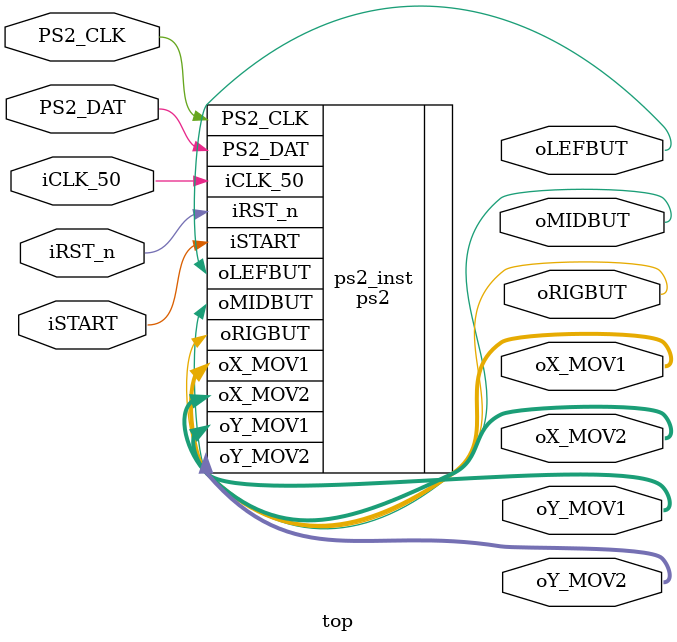
<source format=v>
module top (
    input  wire iSTART,     // Botón para iniciar comunicación
    input  wire iRST_n,     // Reset activo bajo
    input  wire iCLK_50,    // Reloj principal de 50 MHz
    inout  wire PS2_CLK,    // Señal de reloj PS/2
    inout  wire PS2_DAT,    // Señal de datos PS/2
    output wire oLEFBUT,    // LED o señal para botón izquierdo
    output wire oRIGBUT,    // LED o señal para botón derecho
    output wire oMIDBUT,    // LED o señal para botón del medio
    output wire [6:0] oX_MOV1, // Display 7 segmentos X bajo
    output wire [6:0] oX_MOV2, // Display 7 segmentos X alto
    output wire [6:0] oY_MOV1, // Display 7 segmentos Y bajo
    output wire [6:0] oY_MOV2  // Display 7 segmentos Y alto
);

    ps2 ps2_inst (
        .iSTART(iSTART),
        .iRST_n(iRST_n),
        .iCLK_50(iCLK_50),
        .PS2_CLK(PS2_CLK),
        .PS2_DAT(PS2_DAT),
        .oLEFBUT(oLEFBUT),
        .oRIGBUT(oRIGBUT),
        .oMIDBUT(oMIDBUT),
        .oX_MOV1(oX_MOV1),
        .oX_MOV2(oX_MOV2),
        .oY_MOV1(oY_MOV1),
        .oY_MOV2(oY_MOV2)
    );

endmodule

</source>
